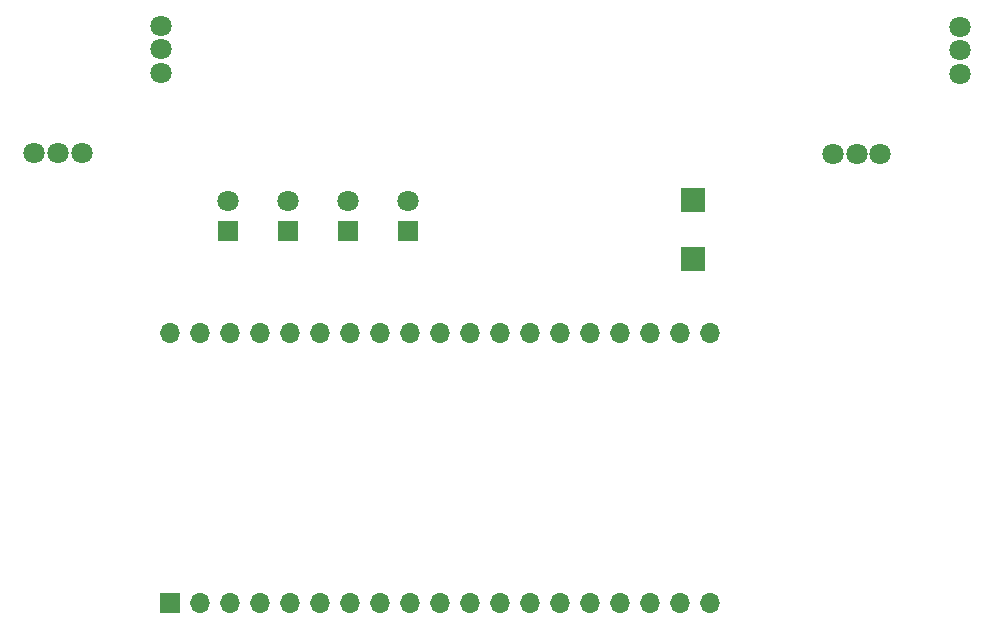
<source format=gbr>
%TF.GenerationSoftware,KiCad,Pcbnew,8.0.3*%
%TF.CreationDate,2024-08-21T11:04:36-06:00*%
%TF.ProjectId,controller,636f6e74-726f-46c6-9c65-722e6b696361,rev?*%
%TF.SameCoordinates,Original*%
%TF.FileFunction,Copper,L1,Top*%
%TF.FilePolarity,Positive*%
%FSLAX46Y46*%
G04 Gerber Fmt 4.6, Leading zero omitted, Abs format (unit mm)*
G04 Created by KiCad (PCBNEW 8.0.3) date 2024-08-21 11:04:36*
%MOMM*%
%LPD*%
G01*
G04 APERTURE LIST*
G04 Aperture macros list*
%AMOutline4P*
0 Free polygon, 4 corners , with rotation*
0 The origin of the aperture is its center*
0 number of corners: always 4*
0 $1 to $8 corner X, Y*
0 $9 Rotation angle, in degrees counterclockwise*
0 create outline with 4 corners*
4,1,4,$1,$2,$3,$4,$5,$6,$7,$8,$1,$2,$9*%
G04 Aperture macros list end*
%TA.AperFunction,ComponentPad*%
%ADD10R,1.800000X1.800000*%
%TD*%
%TA.AperFunction,ComponentPad*%
%ADD11C,1.800000*%
%TD*%
%TA.AperFunction,ComponentPad*%
%ADD12R,1.700000X1.700000*%
%TD*%
%TA.AperFunction,ComponentPad*%
%ADD13O,1.700000X1.700000*%
%TD*%
%TA.AperFunction,ComponentPad*%
%ADD14Outline4P,-1.000000X-1.000000X1.000000X-1.000000X1.000000X1.000000X-1.000000X1.000000X270.000000*%
%TD*%
G04 APERTURE END LIST*
D10*
%TO.P,D1,1,K*%
%TO.N,Net-(D1-K)*%
X104394000Y-80010000D03*
D11*
%TO.P,D1,2,A*%
%TO.N,Net-(D1-A)*%
X104394000Y-77470000D03*
%TD*%
D12*
%TO.P,U3,1,3V3*%
%TO.N,Net-(J1-Pin_2)*%
X99515560Y-111504161D03*
D13*
%TO.P,U3,2,EN*%
%TO.N,unconnected-(U3-EN-Pad2)*%
X102055560Y-111504161D03*
%TO.P,U3,3,SVP*%
%TO.N,unconnected-(U3-SVP-Pad3)*%
X104595560Y-111504161D03*
%TO.P,U3,4,SVN*%
%TO.N,unconnected-(U3-SVN-Pad4)*%
X107135560Y-111504161D03*
%TO.P,U3,5,P34*%
%TO.N,Net-(U3-P34)*%
X109675560Y-111504161D03*
%TO.P,U3,6,P35*%
%TO.N,Net-(U3-P35)*%
X112215560Y-111504161D03*
%TO.P,U3,7,P32*%
%TO.N,unconnected-(U3-P32-Pad7)*%
X114755560Y-111504161D03*
%TO.P,U3,8,P33*%
%TO.N,unconnected-(U3-P33-Pad8)*%
X117295560Y-111504161D03*
%TO.P,U3,9,P25*%
%TO.N,unconnected-(U3-P25-Pad9)*%
X119835560Y-111504161D03*
%TO.P,U3,10,P26*%
%TO.N,unconnected-(U3-P26-Pad10)*%
X122375560Y-111504161D03*
%TO.P,U3,11,P27*%
%TO.N,unconnected-(U3-P27-Pad11)*%
X124915560Y-111504161D03*
%TO.P,U3,12,P14*%
%TO.N,unconnected-(U3-P14-Pad12)*%
X127455560Y-111504161D03*
%TO.P,U3,13,P12*%
%TO.N,Net-(U3-P12)*%
X129995560Y-111504161D03*
%TO.P,U3,14,GND*%
%TO.N,Net-(D1-A)*%
X132535560Y-111504161D03*
%TO.P,U3,15,P13*%
%TO.N,Net-(U3-P13)*%
X135075560Y-111504161D03*
%TO.P,U3,16,SD2*%
%TO.N,unconnected-(U3-SD2-Pad16)*%
X137615560Y-111504161D03*
%TO.P,U3,17,SD3*%
%TO.N,unconnected-(U3-SD3-Pad17)*%
X140155560Y-111504161D03*
%TO.P,U3,18,CMD*%
%TO.N,unconnected-(U3-CMD-Pad18)*%
X142695560Y-111504161D03*
%TO.P,U3,19,5V*%
%TO.N,unconnected-(U3-5V-Pad19)*%
X145235560Y-111504161D03*
%TO.P,U3,20,GND*%
%TO.N,Net-(D1-A)*%
X99512840Y-88644161D03*
%TO.P,U3,21,P23*%
%TO.N,Net-(D1-K)*%
X102052840Y-88644161D03*
%TO.P,U3,22,P22*%
%TO.N,Net-(D2-K)*%
X104592840Y-88644161D03*
%TO.P,U3,23,TX*%
%TO.N,unconnected-(U3-TX-Pad23)*%
X107132840Y-88644161D03*
%TO.P,U3,24,RX*%
%TO.N,unconnected-(U3-RX-Pad24)*%
X109672840Y-88644161D03*
%TO.P,U3,25,P21*%
%TO.N,Net-(D3-K)*%
X112212840Y-88644161D03*
%TO.P,U3,26,GND*%
%TO.N,Net-(D1-A)*%
X114752840Y-88644161D03*
%TO.P,U3,27,P19*%
%TO.N,Net-(D4-K)*%
X117292840Y-88644161D03*
%TO.P,U3,28,P18*%
%TO.N,unconnected-(U3-P18-Pad28)*%
X119832840Y-88644161D03*
%TO.P,U3,29,P5*%
%TO.N,unconnected-(U3-P5-Pad29)*%
X122372840Y-88644161D03*
%TO.P,U3,30,P17*%
%TO.N,unconnected-(U3-P17-Pad30)*%
X124912840Y-88644161D03*
%TO.P,U3,31,P16*%
%TO.N,unconnected-(U3-P16-Pad31)*%
X127452840Y-88644161D03*
%TO.P,U3,32,P4*%
%TO.N,unconnected-(U3-P4-Pad32)*%
X129992840Y-88644161D03*
%TO.P,U3,33,P0*%
%TO.N,Net-(U3-P0)*%
X132532840Y-88644161D03*
%TO.P,U3,34,P2*%
%TO.N,Net-(U3-P2)*%
X135072840Y-88644161D03*
%TO.P,U3,35,P15*%
%TO.N,unconnected-(U3-P15-Pad35)*%
X137612840Y-88644161D03*
%TO.P,U3,36,SD1*%
%TO.N,unconnected-(U3-SD1-Pad36)*%
X140152840Y-88644161D03*
%TO.P,U3,37,SD0*%
%TO.N,unconnected-(U3-SD0-Pad37)*%
X142692840Y-88644161D03*
%TO.P,U3,38,CLK*%
%TO.N,unconnected-(U3-CLK-Pad38)*%
X145232840Y-88644161D03*
%TD*%
D14*
%TO.P,J1,1,Pin_1*%
%TO.N,Net-(D1-A)*%
X143793000Y-82356000D03*
%TO.P,J1,2,Pin_2*%
%TO.N,Net-(J1-Pin_2)*%
X143793000Y-77356000D03*
%TD*%
D10*
%TO.P,D4,1,K*%
%TO.N,Net-(D4-K)*%
X119634000Y-80010000D03*
D11*
%TO.P,D4,2,A*%
%TO.N,Net-(D1-A)*%
X119634000Y-77470000D03*
%TD*%
D10*
%TO.P,D2,1,K*%
%TO.N,Net-(D2-K)*%
X109474000Y-80010000D03*
D11*
%TO.P,D2,2,A*%
%TO.N,Net-(D1-A)*%
X109474000Y-77470000D03*
%TD*%
%TO.P,U1,1,VIN*%
%TO.N,Net-(J1-Pin_2)*%
X98780000Y-62630000D03*
%TO.P,U1,2,VOUT*%
%TO.N,Net-(U3-P34)*%
X98780000Y-64630000D03*
%TO.P,U1,3,GND*%
%TO.N,Net-(U1-GND-Pad3)*%
X98780000Y-66630000D03*
%TO.P,U1,4,VIN*%
X92030000Y-73380000D03*
%TO.P,U1,5,VOUT*%
%TO.N,Net-(U3-P35)*%
X90030000Y-73380000D03*
%TO.P,U1,6,GND*%
%TO.N,Net-(D1-A)*%
X88030000Y-73380000D03*
%TD*%
D10*
%TO.P,D3,1,K*%
%TO.N,Net-(D3-K)*%
X114554000Y-80010000D03*
D11*
%TO.P,D3,2,A*%
%TO.N,Net-(D1-A)*%
X114554000Y-77470000D03*
%TD*%
%TO.P,U2,1,VIN*%
%TO.N,Net-(J1-Pin_2)*%
X166413000Y-62699000D03*
%TO.P,U2,2,VOUT*%
%TO.N,Net-(U3-P12)*%
X166413000Y-64699000D03*
%TO.P,U2,3,GND*%
%TO.N,Net-(U2-GND-Pad3)*%
X166413000Y-66699000D03*
%TO.P,U2,4,VIN*%
X159663000Y-73449000D03*
%TO.P,U2,5,VOUT*%
%TO.N,Net-(U3-P13)*%
X157663000Y-73449000D03*
%TO.P,U2,6,GND*%
%TO.N,Net-(D1-A)*%
X155663000Y-73449000D03*
%TD*%
M02*

</source>
